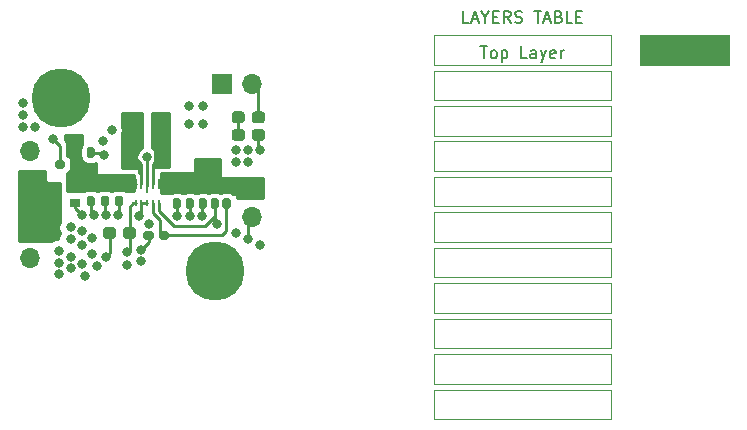
<source format=gbr>
%TF.GenerationSoftware,KiCad,Pcbnew,(5.1.6)-1*%
%TF.CreationDate,2020-07-26T11:23:49+05:30*%
%TF.ProjectId,KiCAD Demo- Buck-Boost Regulator,4b694341-4420-4446-956d-6f2d20427563,rev?*%
%TF.SameCoordinates,Original*%
%TF.FileFunction,Copper,L1,Top*%
%TF.FilePolarity,Positive*%
%FSLAX46Y46*%
G04 Gerber Fmt 4.6, Leading zero omitted, Abs format (unit mm)*
G04 Created by KiCad (PCBNEW (5.1.6)-1) date 2020-07-26 11:23:49*
%MOMM*%
%LPD*%
G01*
G04 APERTURE LIST*
%TA.AperFunction,NonConductor*%
%ADD10C,0.150000*%
%TD*%
%TA.AperFunction,NonConductor*%
%ADD11C,0.120000*%
%TD*%
%TA.AperFunction,NonConductor*%
%ADD12C,0.100000*%
%TD*%
%TA.AperFunction,ComponentPad*%
%ADD13O,1.700000X1.700000*%
%TD*%
%TA.AperFunction,ComponentPad*%
%ADD14R,1.700000X1.700000*%
%TD*%
%TA.AperFunction,SMDPad,CuDef*%
%ADD15R,0.980000X3.400000*%
%TD*%
%TA.AperFunction,SMDPad,CuDef*%
%ADD16R,0.900000X0.800000*%
%TD*%
%TA.AperFunction,SMDPad,CuDef*%
%ADD17R,0.250000X0.600000*%
%TD*%
%TA.AperFunction,SMDPad,CuDef*%
%ADD18R,0.250000X0.900000*%
%TD*%
%TA.AperFunction,SMDPad,CuDef*%
%ADD19R,0.250000X1.300000*%
%TD*%
%TA.AperFunction,SMDPad,CuDef*%
%ADD20R,1.000000X1.000000*%
%TD*%
%TA.AperFunction,ComponentPad*%
%ADD21C,0.800000*%
%TD*%
%TA.AperFunction,ComponentPad*%
%ADD22C,5.000000*%
%TD*%
%TA.AperFunction,ViaPad*%
%ADD23C,0.800000*%
%TD*%
%TA.AperFunction,Conductor*%
%ADD24C,0.250000*%
%TD*%
%TA.AperFunction,Conductor*%
%ADD25C,0.254000*%
%TD*%
G04 APERTURE END LIST*
D10*
X138726190Y-66202380D02*
X138250000Y-66202380D01*
X138250000Y-65202380D01*
X139011904Y-65916666D02*
X139488095Y-65916666D01*
X138916666Y-66202380D02*
X139250000Y-65202380D01*
X139583333Y-66202380D01*
X140107142Y-65726190D02*
X140107142Y-66202380D01*
X139773809Y-65202380D02*
X140107142Y-65726190D01*
X140440476Y-65202380D01*
X140773809Y-65678571D02*
X141107142Y-65678571D01*
X141250000Y-66202380D02*
X140773809Y-66202380D01*
X140773809Y-65202380D01*
X141250000Y-65202380D01*
X142250000Y-66202380D02*
X141916666Y-65726190D01*
X141678571Y-66202380D02*
X141678571Y-65202380D01*
X142059523Y-65202380D01*
X142154761Y-65250000D01*
X142202380Y-65297619D01*
X142250000Y-65392857D01*
X142250000Y-65535714D01*
X142202380Y-65630952D01*
X142154761Y-65678571D01*
X142059523Y-65726190D01*
X141678571Y-65726190D01*
X142630952Y-66154761D02*
X142773809Y-66202380D01*
X143011904Y-66202380D01*
X143107142Y-66154761D01*
X143154761Y-66107142D01*
X143202380Y-66011904D01*
X143202380Y-65916666D01*
X143154761Y-65821428D01*
X143107142Y-65773809D01*
X143011904Y-65726190D01*
X142821428Y-65678571D01*
X142726190Y-65630952D01*
X142678571Y-65583333D01*
X142630952Y-65488095D01*
X142630952Y-65392857D01*
X142678571Y-65297619D01*
X142726190Y-65250000D01*
X142821428Y-65202380D01*
X143059523Y-65202380D01*
X143202380Y-65250000D01*
X144250000Y-65202380D02*
X144821428Y-65202380D01*
X144535714Y-66202380D02*
X144535714Y-65202380D01*
X145107142Y-65916666D02*
X145583333Y-65916666D01*
X145011904Y-66202380D02*
X145345238Y-65202380D01*
X145678571Y-66202380D01*
X146345238Y-65678571D02*
X146488095Y-65726190D01*
X146535714Y-65773809D01*
X146583333Y-65869047D01*
X146583333Y-66011904D01*
X146535714Y-66107142D01*
X146488095Y-66154761D01*
X146392857Y-66202380D01*
X146011904Y-66202380D01*
X146011904Y-65202380D01*
X146345238Y-65202380D01*
X146440476Y-65250000D01*
X146488095Y-65297619D01*
X146535714Y-65392857D01*
X146535714Y-65488095D01*
X146488095Y-65583333D01*
X146440476Y-65630952D01*
X146345238Y-65678571D01*
X146011904Y-65678571D01*
X147488095Y-66202380D02*
X147011904Y-66202380D01*
X147011904Y-65202380D01*
X147821428Y-65678571D02*
X148154761Y-65678571D01*
X148297619Y-66202380D02*
X147821428Y-66202380D01*
X147821428Y-65202380D01*
X148297619Y-65202380D01*
X139702380Y-68202380D02*
X140273809Y-68202380D01*
X139988095Y-69202380D02*
X139988095Y-68202380D01*
X140750000Y-69202380D02*
X140654761Y-69154761D01*
X140607142Y-69107142D01*
X140559523Y-69011904D01*
X140559523Y-68726190D01*
X140607142Y-68630952D01*
X140654761Y-68583333D01*
X140750000Y-68535714D01*
X140892857Y-68535714D01*
X140988095Y-68583333D01*
X141035714Y-68630952D01*
X141083333Y-68726190D01*
X141083333Y-69011904D01*
X141035714Y-69107142D01*
X140988095Y-69154761D01*
X140892857Y-69202380D01*
X140750000Y-69202380D01*
X141511904Y-68535714D02*
X141511904Y-69535714D01*
X141511904Y-68583333D02*
X141607142Y-68535714D01*
X141797619Y-68535714D01*
X141892857Y-68583333D01*
X141940476Y-68630952D01*
X141988095Y-68726190D01*
X141988095Y-69011904D01*
X141940476Y-69107142D01*
X141892857Y-69154761D01*
X141797619Y-69202380D01*
X141607142Y-69202380D01*
X141511904Y-69154761D01*
X143654761Y-69202380D02*
X143178571Y-69202380D01*
X143178571Y-68202380D01*
X144416666Y-69202380D02*
X144416666Y-68678571D01*
X144369047Y-68583333D01*
X144273809Y-68535714D01*
X144083333Y-68535714D01*
X143988095Y-68583333D01*
X144416666Y-69154761D02*
X144321428Y-69202380D01*
X144083333Y-69202380D01*
X143988095Y-69154761D01*
X143940476Y-69059523D01*
X143940476Y-68964285D01*
X143988095Y-68869047D01*
X144083333Y-68821428D01*
X144321428Y-68821428D01*
X144416666Y-68773809D01*
X144797619Y-68535714D02*
X145035714Y-69202380D01*
X145273809Y-68535714D02*
X145035714Y-69202380D01*
X144940476Y-69440476D01*
X144892857Y-69488095D01*
X144797619Y-69535714D01*
X146035714Y-69154761D02*
X145940476Y-69202380D01*
X145750000Y-69202380D01*
X145654761Y-69154761D01*
X145607142Y-69059523D01*
X145607142Y-68678571D01*
X145654761Y-68583333D01*
X145750000Y-68535714D01*
X145940476Y-68535714D01*
X146035714Y-68583333D01*
X146083333Y-68678571D01*
X146083333Y-68773809D01*
X145607142Y-68869047D01*
X146511904Y-69202380D02*
X146511904Y-68535714D01*
X146511904Y-68726190D02*
X146559523Y-68630952D01*
X146607142Y-68583333D01*
X146702380Y-68535714D01*
X146797619Y-68535714D01*
D11*
X135750000Y-99750000D02*
X135750000Y-97250000D01*
X135750000Y-97250000D02*
X150750000Y-97250000D01*
X150750000Y-99750000D02*
X135750000Y-99750000D01*
X150750000Y-97250000D02*
X150750000Y-99750000D01*
X135750000Y-96750000D02*
X135750000Y-94250000D01*
X135750000Y-94250000D02*
X150750000Y-94250000D01*
X150750000Y-96750000D02*
X135750000Y-96750000D01*
X150750000Y-94250000D02*
X150750000Y-96750000D01*
X135750000Y-91250000D02*
X150750000Y-91250000D01*
X150750000Y-93750000D02*
X135750000Y-93750000D01*
X150750000Y-91250000D02*
X150750000Y-93750000D01*
X135750000Y-93750000D02*
X135750000Y-91250000D01*
X135750000Y-87750000D02*
X135750000Y-85250000D01*
X135750000Y-85250000D02*
X150750000Y-85250000D01*
X150750000Y-87750000D02*
X135750000Y-87750000D01*
X150750000Y-85250000D02*
X150750000Y-87750000D01*
X135750000Y-90750000D02*
X135750000Y-88250000D01*
X135750000Y-88250000D02*
X150750000Y-88250000D01*
X150750000Y-90750000D02*
X135750000Y-90750000D01*
X150750000Y-88250000D02*
X150750000Y-90750000D01*
X150750000Y-79250000D02*
X150750000Y-81750000D01*
X135750000Y-81750000D02*
X135750000Y-79250000D01*
X135750000Y-79250000D02*
X150750000Y-79250000D01*
X150750000Y-81750000D02*
X135750000Y-81750000D01*
X135750000Y-82250000D02*
X150750000Y-82250000D01*
X135750000Y-84750000D02*
X135750000Y-82250000D01*
X150750000Y-82250000D02*
X150750000Y-84750000D01*
X150750000Y-84750000D02*
X135750000Y-84750000D01*
X150750000Y-76250000D02*
X150750000Y-78750000D01*
X135750000Y-78750000D02*
X135750000Y-76250000D01*
X135750000Y-76250000D02*
X150750000Y-76250000D01*
X150750000Y-78750000D02*
X135750000Y-78750000D01*
X150750000Y-73250000D02*
X150750000Y-75750000D01*
X135750000Y-75750000D02*
X135750000Y-73250000D01*
X135750000Y-73250000D02*
X150750000Y-73250000D01*
X150750000Y-75750000D02*
X135750000Y-75750000D01*
X150750000Y-70250000D02*
X150750000Y-72750000D01*
X135750000Y-72750000D02*
X135750000Y-70250000D01*
X135750000Y-70250000D02*
X150750000Y-70250000D01*
X150750000Y-72750000D02*
X135750000Y-72750000D01*
D12*
G36*
X160750000Y-69750000D02*
G01*
X153250000Y-69750000D01*
X153250000Y-67250000D01*
X160750000Y-67250000D01*
X160750000Y-69750000D01*
G37*
X160750000Y-69750000D02*
X153250000Y-69750000D01*
X153250000Y-67250000D01*
X160750000Y-67250000D01*
X160750000Y-69750000D01*
D11*
X135750000Y-69750000D02*
X135750000Y-67250000D01*
X150750000Y-69750000D02*
X135750000Y-69750000D01*
X150750000Y-67250000D02*
X150750000Y-69750000D01*
X135750000Y-67250000D02*
X150750000Y-67250000D01*
%TO.P,R5,2*%
%TO.N,Net-(R3-Pad1)*%
%TA.AperFunction,SMDPad,CuDef*%
G36*
G01*
X112450000Y-84375000D02*
X112450000Y-84025000D01*
G75*
G02*
X112625000Y-83850000I175000J0D01*
G01*
X113175000Y-83850000D01*
G75*
G02*
X113350000Y-84025000I0J-175000D01*
G01*
X113350000Y-84375000D01*
G75*
G02*
X113175000Y-84550000I-175000J0D01*
G01*
X112625000Y-84550000D01*
G75*
G02*
X112450000Y-84375000I0J175000D01*
G01*
G37*
%TD.AperFunction*%
%TO.P,R5,1*%
%TO.N,GND*%
%TA.AperFunction,SMDPad,CuDef*%
G36*
G01*
X111150000Y-84375000D02*
X111150000Y-84025000D01*
G75*
G02*
X111325000Y-83850000I175000J0D01*
G01*
X111875000Y-83850000D01*
G75*
G02*
X112050000Y-84025000I0J-175000D01*
G01*
X112050000Y-84375000D01*
G75*
G02*
X111875000Y-84550000I-175000J0D01*
G01*
X111325000Y-84550000D01*
G75*
G02*
X111150000Y-84375000I0J175000D01*
G01*
G37*
%TD.AperFunction*%
%TD*%
%TO.P,R1,2*%
%TO.N,/Power /PG*%
%TA.AperFunction,SMDPad,CuDef*%
G36*
G01*
X117025000Y-81050000D02*
X117375000Y-81050000D01*
G75*
G02*
X117550000Y-81225000I0J-175000D01*
G01*
X117550000Y-81775000D01*
G75*
G02*
X117375000Y-81950000I-175000J0D01*
G01*
X117025000Y-81950000D01*
G75*
G02*
X116850000Y-81775000I0J175000D01*
G01*
X116850000Y-81225000D01*
G75*
G02*
X117025000Y-81050000I175000J0D01*
G01*
G37*
%TD.AperFunction*%
%TO.P,R1,1*%
%TO.N,+VOUT*%
%TA.AperFunction,SMDPad,CuDef*%
G36*
G01*
X117025000Y-79750000D02*
X117375000Y-79750000D01*
G75*
G02*
X117550000Y-79925000I0J-175000D01*
G01*
X117550000Y-80475000D01*
G75*
G02*
X117375000Y-80650000I-175000J0D01*
G01*
X117025000Y-80650000D01*
G75*
G02*
X116850000Y-80475000I0J175000D01*
G01*
X116850000Y-79925000D01*
G75*
G02*
X117025000Y-79750000I175000J0D01*
G01*
G37*
%TD.AperFunction*%
%TD*%
%TO.P,C1,1*%
%TO.N,+VIN*%
%TA.AperFunction,SMDPad,CuDef*%
G36*
G01*
X105850000Y-78025000D02*
X105850000Y-78375000D01*
G75*
G02*
X105675000Y-78550000I-175000J0D01*
G01*
X105125000Y-78550000D01*
G75*
G02*
X104950000Y-78375000I0J175000D01*
G01*
X104950000Y-78025000D01*
G75*
G02*
X105125000Y-77850000I175000J0D01*
G01*
X105675000Y-77850000D01*
G75*
G02*
X105850000Y-78025000I0J-175000D01*
G01*
G37*
%TD.AperFunction*%
%TO.P,C1,2*%
%TO.N,GND*%
%TA.AperFunction,SMDPad,CuDef*%
G36*
G01*
X104550000Y-78025000D02*
X104550000Y-78375000D01*
G75*
G02*
X104375000Y-78550000I-175000J0D01*
G01*
X103825000Y-78550000D01*
G75*
G02*
X103650000Y-78375000I0J175000D01*
G01*
X103650000Y-78025000D01*
G75*
G02*
X103825000Y-77850000I175000J0D01*
G01*
X104375000Y-77850000D01*
G75*
G02*
X104550000Y-78025000I0J-175000D01*
G01*
G37*
%TD.AperFunction*%
%TD*%
%TO.P,C2,1*%
%TO.N,+VIN*%
%TA.AperFunction,SMDPad,CuDef*%
G36*
G01*
X106525000Y-79550000D02*
X106875000Y-79550000D01*
G75*
G02*
X107050000Y-79725000I0J-175000D01*
G01*
X107050000Y-80275000D01*
G75*
G02*
X106875000Y-80450000I-175000J0D01*
G01*
X106525000Y-80450000D01*
G75*
G02*
X106350000Y-80275000I0J175000D01*
G01*
X106350000Y-79725000D01*
G75*
G02*
X106525000Y-79550000I175000J0D01*
G01*
G37*
%TD.AperFunction*%
%TO.P,C2,2*%
%TO.N,GND*%
%TA.AperFunction,SMDPad,CuDef*%
G36*
G01*
X106525000Y-80850000D02*
X106875000Y-80850000D01*
G75*
G02*
X107050000Y-81025000I0J-175000D01*
G01*
X107050000Y-81575000D01*
G75*
G02*
X106875000Y-81750000I-175000J0D01*
G01*
X106525000Y-81750000D01*
G75*
G02*
X106350000Y-81575000I0J175000D01*
G01*
X106350000Y-81025000D01*
G75*
G02*
X106525000Y-80850000I175000J0D01*
G01*
G37*
%TD.AperFunction*%
%TD*%
%TO.P,C3,1*%
%TO.N,+VIN*%
%TA.AperFunction,SMDPad,CuDef*%
G36*
G01*
X107725000Y-79550000D02*
X108075000Y-79550000D01*
G75*
G02*
X108250000Y-79725000I0J-175000D01*
G01*
X108250000Y-80275000D01*
G75*
G02*
X108075000Y-80450000I-175000J0D01*
G01*
X107725000Y-80450000D01*
G75*
G02*
X107550000Y-80275000I0J175000D01*
G01*
X107550000Y-79725000D01*
G75*
G02*
X107725000Y-79550000I175000J0D01*
G01*
G37*
%TD.AperFunction*%
%TO.P,C3,2*%
%TO.N,GND*%
%TA.AperFunction,SMDPad,CuDef*%
G36*
G01*
X107725000Y-80850000D02*
X108075000Y-80850000D01*
G75*
G02*
X108250000Y-81025000I0J-175000D01*
G01*
X108250000Y-81575000D01*
G75*
G02*
X108075000Y-81750000I-175000J0D01*
G01*
X107725000Y-81750000D01*
G75*
G02*
X107550000Y-81575000I0J175000D01*
G01*
X107550000Y-81025000D01*
G75*
G02*
X107725000Y-80850000I175000J0D01*
G01*
G37*
%TD.AperFunction*%
%TD*%
%TO.P,C4,2*%
%TO.N,GND*%
%TA.AperFunction,SMDPad,CuDef*%
G36*
G01*
X108925000Y-80850000D02*
X109275000Y-80850000D01*
G75*
G02*
X109450000Y-81025000I0J-175000D01*
G01*
X109450000Y-81575000D01*
G75*
G02*
X109275000Y-81750000I-175000J0D01*
G01*
X108925000Y-81750000D01*
G75*
G02*
X108750000Y-81575000I0J175000D01*
G01*
X108750000Y-81025000D01*
G75*
G02*
X108925000Y-80850000I175000J0D01*
G01*
G37*
%TD.AperFunction*%
%TO.P,C4,1*%
%TO.N,+VIN*%
%TA.AperFunction,SMDPad,CuDef*%
G36*
G01*
X108925000Y-79550000D02*
X109275000Y-79550000D01*
G75*
G02*
X109450000Y-79725000I0J-175000D01*
G01*
X109450000Y-80275000D01*
G75*
G02*
X109275000Y-80450000I-175000J0D01*
G01*
X108925000Y-80450000D01*
G75*
G02*
X108750000Y-80275000I0J175000D01*
G01*
X108750000Y-79725000D01*
G75*
G02*
X108925000Y-79550000I175000J0D01*
G01*
G37*
%TD.AperFunction*%
%TD*%
%TO.P,C5,2*%
%TO.N,GND*%
%TA.AperFunction,SMDPad,CuDef*%
G36*
G01*
X113825000Y-81050000D02*
X114175000Y-81050000D01*
G75*
G02*
X114350000Y-81225000I0J-175000D01*
G01*
X114350000Y-81775000D01*
G75*
G02*
X114175000Y-81950000I-175000J0D01*
G01*
X113825000Y-81950000D01*
G75*
G02*
X113650000Y-81775000I0J175000D01*
G01*
X113650000Y-81225000D01*
G75*
G02*
X113825000Y-81050000I175000J0D01*
G01*
G37*
%TD.AperFunction*%
%TO.P,C5,1*%
%TO.N,+VOUT*%
%TA.AperFunction,SMDPad,CuDef*%
G36*
G01*
X113825000Y-79750000D02*
X114175000Y-79750000D01*
G75*
G02*
X114350000Y-79925000I0J-175000D01*
G01*
X114350000Y-80475000D01*
G75*
G02*
X114175000Y-80650000I-175000J0D01*
G01*
X113825000Y-80650000D01*
G75*
G02*
X113650000Y-80475000I0J175000D01*
G01*
X113650000Y-79925000D01*
G75*
G02*
X113825000Y-79750000I175000J0D01*
G01*
G37*
%TD.AperFunction*%
%TD*%
%TO.P,C6,2*%
%TO.N,GND*%
%TA.AperFunction,SMDPad,CuDef*%
G36*
G01*
X114925000Y-81050000D02*
X115275000Y-81050000D01*
G75*
G02*
X115450000Y-81225000I0J-175000D01*
G01*
X115450000Y-81775000D01*
G75*
G02*
X115275000Y-81950000I-175000J0D01*
G01*
X114925000Y-81950000D01*
G75*
G02*
X114750000Y-81775000I0J175000D01*
G01*
X114750000Y-81225000D01*
G75*
G02*
X114925000Y-81050000I175000J0D01*
G01*
G37*
%TD.AperFunction*%
%TO.P,C6,1*%
%TO.N,+VOUT*%
%TA.AperFunction,SMDPad,CuDef*%
G36*
G01*
X114925000Y-79750000D02*
X115275000Y-79750000D01*
G75*
G02*
X115450000Y-79925000I0J-175000D01*
G01*
X115450000Y-80475000D01*
G75*
G02*
X115275000Y-80650000I-175000J0D01*
G01*
X114925000Y-80650000D01*
G75*
G02*
X114750000Y-80475000I0J175000D01*
G01*
X114750000Y-79925000D01*
G75*
G02*
X114925000Y-79750000I175000J0D01*
G01*
G37*
%TD.AperFunction*%
%TD*%
%TO.P,C7,1*%
%TO.N,+VOUT*%
%TA.AperFunction,SMDPad,CuDef*%
G36*
G01*
X116025000Y-79750000D02*
X116375000Y-79750000D01*
G75*
G02*
X116550000Y-79925000I0J-175000D01*
G01*
X116550000Y-80475000D01*
G75*
G02*
X116375000Y-80650000I-175000J0D01*
G01*
X116025000Y-80650000D01*
G75*
G02*
X115850000Y-80475000I0J175000D01*
G01*
X115850000Y-79925000D01*
G75*
G02*
X116025000Y-79750000I175000J0D01*
G01*
G37*
%TD.AperFunction*%
%TO.P,C7,2*%
%TO.N,GND*%
%TA.AperFunction,SMDPad,CuDef*%
G36*
G01*
X116025000Y-81050000D02*
X116375000Y-81050000D01*
G75*
G02*
X116550000Y-81225000I0J-175000D01*
G01*
X116550000Y-81775000D01*
G75*
G02*
X116375000Y-81950000I-175000J0D01*
G01*
X116025000Y-81950000D01*
G75*
G02*
X115850000Y-81775000I0J175000D01*
G01*
X115850000Y-81225000D01*
G75*
G02*
X116025000Y-81050000I175000J0D01*
G01*
G37*
%TD.AperFunction*%
%TD*%
%TO.P,D1,1*%
%TO.N,GND*%
%TA.AperFunction,SMDPad,CuDef*%
G36*
G01*
X121450000Y-75450000D02*
X121450000Y-75950000D01*
G75*
G02*
X121200000Y-76200000I-250000J0D01*
G01*
X120600000Y-76200000D01*
G75*
G02*
X120350000Y-75950000I0J250000D01*
G01*
X120350000Y-75450000D01*
G75*
G02*
X120600000Y-75200000I250000J0D01*
G01*
X121200000Y-75200000D01*
G75*
G02*
X121450000Y-75450000I0J-250000D01*
G01*
G37*
%TD.AperFunction*%
%TO.P,D1,2*%
%TO.N,Net-(D1-Pad2)*%
%TA.AperFunction,SMDPad,CuDef*%
G36*
G01*
X119750000Y-75450000D02*
X119750000Y-75950000D01*
G75*
G02*
X119500000Y-76200000I-250000J0D01*
G01*
X118900000Y-76200000D01*
G75*
G02*
X118650000Y-75950000I0J250000D01*
G01*
X118650000Y-75450000D01*
G75*
G02*
X118900000Y-75200000I250000J0D01*
G01*
X119500000Y-75200000D01*
G75*
G02*
X119750000Y-75450000I0J-250000D01*
G01*
G37*
%TD.AperFunction*%
%TD*%
D13*
%TO.P,J1,2*%
%TO.N,GND*%
X101600000Y-86140000D03*
D14*
%TO.P,J1,1*%
%TO.N,/Power /+VBAT*%
X101600000Y-83600000D03*
%TD*%
D13*
%TO.P,J2,2*%
%TO.N,GND*%
X120400000Y-82640000D03*
D14*
%TO.P,J2,1*%
%TO.N,+VOUT*%
X120400000Y-80100000D03*
%TD*%
%TO.P,J3,1*%
%TO.N,/Power /+VBAT*%
X101600000Y-79600000D03*
D13*
%TO.P,J3,2*%
%TO.N,GND*%
X101600000Y-77060000D03*
%TD*%
%TO.P,JP1,2*%
%TO.N,Net-(JP1-Pad2)*%
X120340000Y-71400000D03*
D14*
%TO.P,JP1,1*%
%TO.N,/Power /PG*%
X117800000Y-71400000D03*
%TD*%
D15*
%TO.P,L1,1*%
%TO.N,Net-(L1-Pad1)*%
X110200000Y-76300000D03*
%TO.P,L1,2*%
%TO.N,Net-(L1-Pad2)*%
X112570000Y-76300000D03*
%TD*%
D16*
%TO.P,Q1,1*%
%TO.N,GND*%
X105400000Y-81450000D03*
%TO.P,Q1,2*%
%TO.N,+VIN*%
X105400000Y-79550000D03*
%TO.P,Q1,3*%
%TO.N,/Power /+VBAT*%
X103400000Y-80500000D03*
%TD*%
%TO.P,R2,1*%
%TO.N,Net-(R2-Pad1)*%
%TA.AperFunction,SMDPad,CuDef*%
G36*
G01*
X106525000Y-76750000D02*
X106875000Y-76750000D01*
G75*
G02*
X107050000Y-76925000I0J-175000D01*
G01*
X107050000Y-77475000D01*
G75*
G02*
X106875000Y-77650000I-175000J0D01*
G01*
X106525000Y-77650000D01*
G75*
G02*
X106350000Y-77475000I0J175000D01*
G01*
X106350000Y-76925000D01*
G75*
G02*
X106525000Y-76750000I175000J0D01*
G01*
G37*
%TD.AperFunction*%
%TO.P,R2,2*%
%TO.N,+VIN*%
%TA.AperFunction,SMDPad,CuDef*%
G36*
G01*
X106525000Y-78050000D02*
X106875000Y-78050000D01*
G75*
G02*
X107050000Y-78225000I0J-175000D01*
G01*
X107050000Y-78775000D01*
G75*
G02*
X106875000Y-78950000I-175000J0D01*
G01*
X106525000Y-78950000D01*
G75*
G02*
X106350000Y-78775000I0J175000D01*
G01*
X106350000Y-78225000D01*
G75*
G02*
X106525000Y-78050000I175000J0D01*
G01*
G37*
%TD.AperFunction*%
%TD*%
%TO.P,R4,1*%
%TO.N,GND*%
%TA.AperFunction,SMDPad,CuDef*%
G36*
G01*
X107750000Y-84250000D02*
X107750000Y-83750000D01*
G75*
G02*
X108000000Y-83500000I250000J0D01*
G01*
X108600000Y-83500000D01*
G75*
G02*
X108850000Y-83750000I0J-250000D01*
G01*
X108850000Y-84250000D01*
G75*
G02*
X108600000Y-84500000I-250000J0D01*
G01*
X108000000Y-84500000D01*
G75*
G02*
X107750000Y-84250000I0J250000D01*
G01*
G37*
%TD.AperFunction*%
%TO.P,R4,2*%
%TO.N,Net-(R2-Pad1)*%
%TA.AperFunction,SMDPad,CuDef*%
G36*
G01*
X109450000Y-84250000D02*
X109450000Y-83750000D01*
G75*
G02*
X109700000Y-83500000I250000J0D01*
G01*
X110300000Y-83500000D01*
G75*
G02*
X110550000Y-83750000I0J-250000D01*
G01*
X110550000Y-84250000D01*
G75*
G02*
X110300000Y-84500000I-250000J0D01*
G01*
X109700000Y-84500000D01*
G75*
G02*
X109450000Y-84250000I0J250000D01*
G01*
G37*
%TD.AperFunction*%
%TD*%
%TO.P,R6,2*%
%TO.N,Net-(D1-Pad2)*%
%TA.AperFunction,SMDPad,CuDef*%
G36*
G01*
X119750000Y-73950000D02*
X119750000Y-74450000D01*
G75*
G02*
X119500000Y-74700000I-250000J0D01*
G01*
X118900000Y-74700000D01*
G75*
G02*
X118650000Y-74450000I0J250000D01*
G01*
X118650000Y-73950000D01*
G75*
G02*
X118900000Y-73700000I250000J0D01*
G01*
X119500000Y-73700000D01*
G75*
G02*
X119750000Y-73950000I0J-250000D01*
G01*
G37*
%TD.AperFunction*%
%TO.P,R6,1*%
%TO.N,Net-(JP1-Pad2)*%
%TA.AperFunction,SMDPad,CuDef*%
G36*
G01*
X121450000Y-73950000D02*
X121450000Y-74450000D01*
G75*
G02*
X121200000Y-74700000I-250000J0D01*
G01*
X120600000Y-74700000D01*
G75*
G02*
X120350000Y-74450000I0J250000D01*
G01*
X120350000Y-73950000D01*
G75*
G02*
X120600000Y-73700000I250000J0D01*
G01*
X121200000Y-73700000D01*
G75*
G02*
X121450000Y-73950000I0J-250000D01*
G01*
G37*
%TD.AperFunction*%
%TD*%
D17*
%TO.P,U1,1*%
%TO.N,Net-(R2-Pad1)*%
X110500000Y-81500000D03*
%TO.P,U1,2*%
%TO.N,GND*%
X111000000Y-81500000D03*
%TO.P,U1,3*%
X111500000Y-81500000D03*
%TO.P,U1,4*%
%TO.N,Net-(R3-Pad1)*%
X112000000Y-81500000D03*
D18*
%TO.P,U1,6*%
%TO.N,+VOUT*%
X112500000Y-79850000D03*
%TO.P,U1,7*%
%TO.N,Net-(L1-Pad2)*%
X112000000Y-79850000D03*
D19*
%TO.P,U1,8*%
%TO.N,GND*%
X111500000Y-80050000D03*
D17*
%TO.P,U1,5*%
%TO.N,/Power /PG*%
X112500000Y-81500000D03*
D18*
%TO.P,U1,9*%
%TO.N,Net-(L1-Pad1)*%
X111000000Y-79850000D03*
%TO.P,U1,10*%
%TO.N,+VIN*%
X110500000Y-79850000D03*
%TD*%
%TO.P,R3,1*%
%TO.N,Net-(R3-Pad1)*%
%TA.AperFunction,SMDPad,CuDef*%
G36*
G01*
X118375000Y-81950000D02*
X118025000Y-81950000D01*
G75*
G02*
X117850000Y-81775000I0J175000D01*
G01*
X117850000Y-81225000D01*
G75*
G02*
X118025000Y-81050000I175000J0D01*
G01*
X118375000Y-81050000D01*
G75*
G02*
X118550000Y-81225000I0J-175000D01*
G01*
X118550000Y-81775000D01*
G75*
G02*
X118375000Y-81950000I-175000J0D01*
G01*
G37*
%TD.AperFunction*%
%TO.P,R3,2*%
%TO.N,+VOUT*%
%TA.AperFunction,SMDPad,CuDef*%
G36*
G01*
X118375000Y-80650000D02*
X118025000Y-80650000D01*
G75*
G02*
X117850000Y-80475000I0J175000D01*
G01*
X117850000Y-79925000D01*
G75*
G02*
X118025000Y-79750000I175000J0D01*
G01*
X118375000Y-79750000D01*
G75*
G02*
X118550000Y-79925000I0J-175000D01*
G01*
X118550000Y-80475000D01*
G75*
G02*
X118375000Y-80650000I-175000J0D01*
G01*
G37*
%TD.AperFunction*%
%TD*%
D20*
%TO.P,IN,1*%
%TO.N,+VIN*%
X105200000Y-76800000D03*
%TD*%
%TO.P,3V8,1*%
%TO.N,+VOUT*%
X116500000Y-78500000D03*
%TD*%
D21*
%TO.P,H1,1*%
%TO.N,N/C*%
X105525825Y-71274175D03*
X104200000Y-70725000D03*
X102874175Y-71274175D03*
X102325000Y-72600000D03*
X102874175Y-73925825D03*
X104200000Y-74475000D03*
X105525825Y-73925825D03*
X106075000Y-72600000D03*
D22*
X104200000Y-72600000D03*
%TD*%
%TO.P,H2,1*%
%TO.N,N/C*%
X117200000Y-87200000D03*
D21*
X119075000Y-87200000D03*
X118525825Y-88525825D03*
X117200000Y-89075000D03*
X115874175Y-88525825D03*
X115325000Y-87200000D03*
X115874175Y-85874175D03*
X117200000Y-85325000D03*
X118525825Y-85874175D03*
%TD*%
D23*
%TO.N,GND*%
X111479998Y-77600000D03*
X109000000Y-82500000D03*
X108000000Y-82500000D03*
X107000000Y-82500000D03*
X106000000Y-82500000D03*
X105000000Y-83500000D03*
X105000000Y-84500000D03*
X104000000Y-85500000D03*
X104000000Y-86500000D03*
X104000000Y-87500000D03*
X101000000Y-75000000D03*
X101000000Y-74000000D03*
X101000000Y-73000000D03*
X102000000Y-75000000D03*
X103500000Y-76000000D03*
X121000000Y-85000000D03*
X120000000Y-84500000D03*
X119000000Y-84000000D03*
X121000000Y-77000000D03*
X120000000Y-77000000D03*
X119000000Y-77000000D03*
X114000000Y-82600000D03*
X115100000Y-82600000D03*
X116100000Y-82600000D03*
X111000000Y-85400000D03*
X111000000Y-86400000D03*
X108000000Y-86000000D03*
X106000000Y-83800000D03*
X106000000Y-85000000D03*
X105000000Y-86000000D03*
X105000000Y-87000000D03*
X106000000Y-86600000D03*
X106800000Y-85800000D03*
X107200000Y-86800000D03*
X106200000Y-87600000D03*
X119000000Y-78000000D03*
X120000000Y-78000000D03*
X111600000Y-83200000D03*
X106800000Y-84400000D03*
X110800000Y-82600000D03*
X107750000Y-76250000D03*
X109750000Y-86750000D03*
X108500000Y-75250000D03*
X116250000Y-73250000D03*
X115000000Y-73250000D03*
X115000000Y-74750000D03*
X116250000Y-74750000D03*
%TO.N,/Power /PG*%
X117400000Y-83249985D03*
%TO.N,Net-(R2-Pad1)*%
X107800000Y-77400000D03*
X109800000Y-85600000D03*
%TD*%
D24*
%TO.N,+VIN*%
X109250000Y-79850000D02*
X109100000Y-80000000D01*
X110500000Y-79850000D02*
X109250000Y-79850000D01*
%TO.N,GND*%
X111500000Y-80050000D02*
X111500000Y-77620002D01*
X111500000Y-77620002D02*
X111479998Y-77600000D01*
X120900000Y-76900000D02*
X121000000Y-77000000D01*
X120900000Y-75700000D02*
X120900000Y-76900000D01*
X105400000Y-81900000D02*
X106000000Y-82500000D01*
X105400000Y-81450000D02*
X105400000Y-81900000D01*
X106700000Y-82200000D02*
X107000000Y-82500000D01*
X106700000Y-81300000D02*
X106700000Y-82200000D01*
X107900000Y-82400000D02*
X108000000Y-82500000D01*
X107900000Y-81300000D02*
X107900000Y-82400000D01*
X109100000Y-82400000D02*
X109000000Y-82500000D01*
X109100000Y-81300000D02*
X109100000Y-82400000D01*
X104100000Y-76600000D02*
X103500000Y-76000000D01*
X104100000Y-78200000D02*
X104100000Y-76600000D01*
X115100000Y-82600000D02*
X115100000Y-81500000D01*
X116100000Y-81600000D02*
X116200000Y-81500000D01*
X116100000Y-82600000D02*
X116100000Y-81600000D01*
X114000000Y-82600000D02*
X114000000Y-81500000D01*
X120000000Y-83040000D02*
X120400000Y-82640000D01*
X120000000Y-84500000D02*
X120000000Y-83040000D01*
X111600000Y-84800000D02*
X111000000Y-85400000D01*
X111600000Y-84200000D02*
X111600000Y-84800000D01*
X111500000Y-81500000D02*
X111000000Y-81500000D01*
X108300000Y-85700000D02*
X108000000Y-86000000D01*
X108300000Y-84000000D02*
X108300000Y-85700000D01*
X111000000Y-82400000D02*
X110800000Y-82600000D01*
X111000000Y-81500000D02*
X111000000Y-82400000D01*
%TO.N,+VOUT*%
X113650000Y-79850000D02*
X114000000Y-80200000D01*
X112500000Y-79850000D02*
X113650000Y-79850000D01*
%TO.N,Net-(D1-Pad2)*%
X119200000Y-74200000D02*
X119200000Y-75700000D01*
%TO.N,Net-(JP1-Pad2)*%
X120900000Y-71960000D02*
X120340000Y-71400000D01*
X120900000Y-74200000D02*
X120900000Y-71960000D01*
%TO.N,/Power /PG*%
X117200000Y-82573002D02*
X116373002Y-83400000D01*
X117200000Y-81500000D02*
X117200000Y-82573002D01*
X112500000Y-82173002D02*
X112500000Y-81500000D01*
X113726998Y-83400000D02*
X112500000Y-82173002D01*
X116373002Y-83400000D02*
X113726998Y-83400000D01*
X117200000Y-83049985D02*
X117400000Y-83249985D01*
X117200000Y-81500000D02*
X117200000Y-83049985D01*
D25*
%TO.N,Net-(L1-Pad1)*%
X110200000Y-77395966D02*
X110200000Y-76300000D01*
X111000000Y-78195966D02*
X110200000Y-77395966D01*
X111000000Y-79850000D02*
X111000000Y-78195966D01*
%TO.N,Net-(L1-Pad2)*%
X112000000Y-78155962D02*
X112570000Y-77585962D01*
X112000000Y-79850000D02*
X112000000Y-78155962D01*
X112570000Y-77585962D02*
X112570000Y-76300000D01*
D24*
%TO.N,Net-(R2-Pad1)*%
X106700000Y-77200000D02*
X107600000Y-77200000D01*
X107600000Y-77200000D02*
X107800000Y-77400000D01*
X110000000Y-85400000D02*
X109800000Y-85600000D01*
X110500000Y-81500000D02*
X110300000Y-81500000D01*
X110300000Y-81500000D02*
X110000000Y-81800000D01*
X110000000Y-84000000D02*
X110000000Y-84400000D01*
X110000000Y-81800000D02*
X110000000Y-84400000D01*
X110000000Y-84400000D02*
X110000000Y-85400000D01*
%TO.N,Net-(R3-Pad1)*%
X117800000Y-84200000D02*
X112900000Y-84200000D01*
X118200000Y-81500000D02*
X118200000Y-83800000D01*
X118200000Y-83800000D02*
X117800000Y-84200000D01*
X112600000Y-83900000D02*
X112900000Y-84200000D01*
X112600000Y-82909412D02*
X112600000Y-83900000D01*
X112000000Y-81500000D02*
X112000000Y-82309412D01*
X112000000Y-82309412D02*
X112600000Y-82909412D01*
%TD*%
D25*
%TO.N,/Power /+VBAT*%
G36*
X102873000Y-79600000D02*
G01*
X102875440Y-79624776D01*
X102882667Y-79648601D01*
X102894403Y-79670557D01*
X102910197Y-79689803D01*
X102929443Y-79705597D01*
X102951399Y-79717333D01*
X102975224Y-79724560D01*
X103000000Y-79727000D01*
X104073000Y-79727000D01*
X104073000Y-83033391D01*
X104004774Y-83198102D01*
X103965000Y-83398061D01*
X103965000Y-83601939D01*
X104004774Y-83801898D01*
X104073000Y-83966609D01*
X104073000Y-84033391D01*
X104004774Y-84198102D01*
X103965000Y-84398061D01*
X103965000Y-84465000D01*
X103898061Y-84465000D01*
X103698102Y-84504774D01*
X103509744Y-84582795D01*
X103374742Y-84673000D01*
X101836751Y-84673000D01*
X101746260Y-84655000D01*
X101453740Y-84655000D01*
X101363249Y-84673000D01*
X100660000Y-84673000D01*
X100660000Y-78727000D01*
X102873000Y-78727000D01*
X102873000Y-79600000D01*
G37*
X102873000Y-79600000D02*
X102875440Y-79624776D01*
X102882667Y-79648601D01*
X102894403Y-79670557D01*
X102910197Y-79689803D01*
X102929443Y-79705597D01*
X102951399Y-79717333D01*
X102975224Y-79724560D01*
X103000000Y-79727000D01*
X104073000Y-79727000D01*
X104073000Y-83033391D01*
X104004774Y-83198102D01*
X103965000Y-83398061D01*
X103965000Y-83601939D01*
X104004774Y-83801898D01*
X104073000Y-83966609D01*
X104073000Y-84033391D01*
X104004774Y-84198102D01*
X103965000Y-84398061D01*
X103965000Y-84465000D01*
X103898061Y-84465000D01*
X103698102Y-84504774D01*
X103509744Y-84582795D01*
X103374742Y-84673000D01*
X101836751Y-84673000D01*
X101746260Y-84655000D01*
X101453740Y-84655000D01*
X101363249Y-84673000D01*
X100660000Y-84673000D01*
X100660000Y-78727000D01*
X102873000Y-78727000D01*
X102873000Y-79600000D01*
%TO.N,+VIN*%
G36*
X105973000Y-76522324D02*
G01*
X105955063Y-76544180D01*
X105891720Y-76662687D01*
X105852714Y-76791274D01*
X105839543Y-76925000D01*
X105839543Y-77475000D01*
X105852714Y-77608726D01*
X105891720Y-77737313D01*
X105955063Y-77855820D01*
X105973000Y-77877676D01*
X105973000Y-77900000D01*
X105975440Y-77924776D01*
X105982667Y-77948601D01*
X105994403Y-77970557D01*
X106010197Y-77989803D01*
X106029443Y-78005597D01*
X106051399Y-78017333D01*
X106075224Y-78024560D01*
X106100000Y-78027000D01*
X106122324Y-78027000D01*
X106144180Y-78044937D01*
X106262687Y-78108280D01*
X106391274Y-78147286D01*
X106525000Y-78160457D01*
X106875000Y-78160457D01*
X107008726Y-78147286D01*
X107137313Y-78108280D01*
X107173000Y-78089205D01*
X107173000Y-79000000D01*
X107175440Y-79024776D01*
X107182667Y-79048601D01*
X107194403Y-79070557D01*
X107210197Y-79089803D01*
X107229443Y-79105597D01*
X107251399Y-79117333D01*
X107275224Y-79124560D01*
X107300000Y-79127000D01*
X110365000Y-79127000D01*
X110365000Y-79395357D01*
X110364543Y-79400000D01*
X110364543Y-80300000D01*
X110373000Y-80385868D01*
X110373000Y-80473000D01*
X109677676Y-80473000D01*
X109655820Y-80455063D01*
X109537313Y-80391720D01*
X109408726Y-80352714D01*
X109275000Y-80339543D01*
X108925000Y-80339543D01*
X108791274Y-80352714D01*
X108662687Y-80391720D01*
X108544180Y-80455063D01*
X108522324Y-80473000D01*
X108477676Y-80473000D01*
X108455820Y-80455063D01*
X108337313Y-80391720D01*
X108208726Y-80352714D01*
X108075000Y-80339543D01*
X107725000Y-80339543D01*
X107591274Y-80352714D01*
X107462687Y-80391720D01*
X107344180Y-80455063D01*
X107322324Y-80473000D01*
X107277676Y-80473000D01*
X107255820Y-80455063D01*
X107137313Y-80391720D01*
X107008726Y-80352714D01*
X106875000Y-80339543D01*
X106525000Y-80339543D01*
X106391274Y-80352714D01*
X106262687Y-80391720D01*
X106144180Y-80455063D01*
X106122324Y-80473000D01*
X104727000Y-80473000D01*
X104727000Y-78960342D01*
X104755820Y-78944937D01*
X104859691Y-78859691D01*
X104944937Y-78755820D01*
X105008280Y-78637313D01*
X105047286Y-78508726D01*
X105060457Y-78375000D01*
X105060457Y-78025000D01*
X105047286Y-77891274D01*
X105008280Y-77762687D01*
X104944937Y-77644180D01*
X104927000Y-77622324D01*
X104927000Y-77600000D01*
X104924560Y-77575224D01*
X104917333Y-77551399D01*
X104905597Y-77529443D01*
X104889803Y-77510197D01*
X104870557Y-77494403D01*
X104848601Y-77482667D01*
X104824776Y-77475440D01*
X104800000Y-77473000D01*
X104777676Y-77473000D01*
X104755820Y-77455063D01*
X104733000Y-77442866D01*
X104733000Y-76631085D01*
X104736062Y-76599999D01*
X104730564Y-76544180D01*
X104723840Y-76475910D01*
X104687645Y-76356590D01*
X104628866Y-76246623D01*
X104549764Y-76150236D01*
X104527000Y-76131554D01*
X104527000Y-75727000D01*
X105973000Y-75727000D01*
X105973000Y-76522324D01*
G37*
X105973000Y-76522324D02*
X105955063Y-76544180D01*
X105891720Y-76662687D01*
X105852714Y-76791274D01*
X105839543Y-76925000D01*
X105839543Y-77475000D01*
X105852714Y-77608726D01*
X105891720Y-77737313D01*
X105955063Y-77855820D01*
X105973000Y-77877676D01*
X105973000Y-77900000D01*
X105975440Y-77924776D01*
X105982667Y-77948601D01*
X105994403Y-77970557D01*
X106010197Y-77989803D01*
X106029443Y-78005597D01*
X106051399Y-78017333D01*
X106075224Y-78024560D01*
X106100000Y-78027000D01*
X106122324Y-78027000D01*
X106144180Y-78044937D01*
X106262687Y-78108280D01*
X106391274Y-78147286D01*
X106525000Y-78160457D01*
X106875000Y-78160457D01*
X107008726Y-78147286D01*
X107137313Y-78108280D01*
X107173000Y-78089205D01*
X107173000Y-79000000D01*
X107175440Y-79024776D01*
X107182667Y-79048601D01*
X107194403Y-79070557D01*
X107210197Y-79089803D01*
X107229443Y-79105597D01*
X107251399Y-79117333D01*
X107275224Y-79124560D01*
X107300000Y-79127000D01*
X110365000Y-79127000D01*
X110365000Y-79395357D01*
X110364543Y-79400000D01*
X110364543Y-80300000D01*
X110373000Y-80385868D01*
X110373000Y-80473000D01*
X109677676Y-80473000D01*
X109655820Y-80455063D01*
X109537313Y-80391720D01*
X109408726Y-80352714D01*
X109275000Y-80339543D01*
X108925000Y-80339543D01*
X108791274Y-80352714D01*
X108662687Y-80391720D01*
X108544180Y-80455063D01*
X108522324Y-80473000D01*
X108477676Y-80473000D01*
X108455820Y-80455063D01*
X108337313Y-80391720D01*
X108208726Y-80352714D01*
X108075000Y-80339543D01*
X107725000Y-80339543D01*
X107591274Y-80352714D01*
X107462687Y-80391720D01*
X107344180Y-80455063D01*
X107322324Y-80473000D01*
X107277676Y-80473000D01*
X107255820Y-80455063D01*
X107137313Y-80391720D01*
X107008726Y-80352714D01*
X106875000Y-80339543D01*
X106525000Y-80339543D01*
X106391274Y-80352714D01*
X106262687Y-80391720D01*
X106144180Y-80455063D01*
X106122324Y-80473000D01*
X104727000Y-80473000D01*
X104727000Y-78960342D01*
X104755820Y-78944937D01*
X104859691Y-78859691D01*
X104944937Y-78755820D01*
X105008280Y-78637313D01*
X105047286Y-78508726D01*
X105060457Y-78375000D01*
X105060457Y-78025000D01*
X105047286Y-77891274D01*
X105008280Y-77762687D01*
X104944937Y-77644180D01*
X104927000Y-77622324D01*
X104927000Y-77600000D01*
X104924560Y-77575224D01*
X104917333Y-77551399D01*
X104905597Y-77529443D01*
X104889803Y-77510197D01*
X104870557Y-77494403D01*
X104848601Y-77482667D01*
X104824776Y-77475440D01*
X104800000Y-77473000D01*
X104777676Y-77473000D01*
X104755820Y-77455063D01*
X104733000Y-77442866D01*
X104733000Y-76631085D01*
X104736062Y-76599999D01*
X104730564Y-76544180D01*
X104723840Y-76475910D01*
X104687645Y-76356590D01*
X104628866Y-76246623D01*
X104549764Y-76150236D01*
X104527000Y-76131554D01*
X104527000Y-75727000D01*
X105973000Y-75727000D01*
X105973000Y-76522324D01*
%TO.N,Net-(L1-Pad1)*%
G36*
X111073000Y-76785772D02*
G01*
X111049899Y-76795341D01*
X110901182Y-76894711D01*
X110774709Y-77021184D01*
X110675339Y-77169901D01*
X110606892Y-77335146D01*
X110571998Y-77510570D01*
X110571998Y-77689430D01*
X110606892Y-77864854D01*
X110675339Y-78030099D01*
X110774709Y-78178816D01*
X110867001Y-78271108D01*
X110867000Y-78953338D01*
X110827000Y-78931957D01*
X110827000Y-78600000D01*
X110824560Y-78575224D01*
X110817333Y-78551399D01*
X110805597Y-78529443D01*
X110789803Y-78510197D01*
X110770557Y-78494403D01*
X110748601Y-78482667D01*
X110724776Y-78475440D01*
X110700000Y-78473000D01*
X109327000Y-78473000D01*
X109327000Y-75626163D01*
X109373106Y-75514854D01*
X109408000Y-75339430D01*
X109408000Y-75160570D01*
X109373106Y-74985146D01*
X109327000Y-74873837D01*
X109327000Y-73827000D01*
X111073000Y-73827000D01*
X111073000Y-76785772D01*
G37*
X111073000Y-76785772D02*
X111049899Y-76795341D01*
X110901182Y-76894711D01*
X110774709Y-77021184D01*
X110675339Y-77169901D01*
X110606892Y-77335146D01*
X110571998Y-77510570D01*
X110571998Y-77689430D01*
X110606892Y-77864854D01*
X110675339Y-78030099D01*
X110774709Y-78178816D01*
X110867001Y-78271108D01*
X110867000Y-78953338D01*
X110827000Y-78931957D01*
X110827000Y-78600000D01*
X110824560Y-78575224D01*
X110817333Y-78551399D01*
X110805597Y-78529443D01*
X110789803Y-78510197D01*
X110770557Y-78494403D01*
X110748601Y-78482667D01*
X110724776Y-78475440D01*
X110700000Y-78473000D01*
X109327000Y-78473000D01*
X109327000Y-75626163D01*
X109373106Y-75514854D01*
X109408000Y-75339430D01*
X109408000Y-75160570D01*
X109373106Y-74985146D01*
X109327000Y-74873837D01*
X109327000Y-73827000D01*
X111073000Y-73827000D01*
X111073000Y-76785772D01*
%TO.N,Net-(L1-Pad2)*%
G36*
X113373000Y-78373000D02*
G01*
X112200000Y-78373000D01*
X112175224Y-78375440D01*
X112151399Y-78382667D01*
X112133000Y-78392502D01*
X112133000Y-78231103D01*
X112185287Y-78178816D01*
X112284657Y-78030099D01*
X112353104Y-77864854D01*
X112387998Y-77689430D01*
X112387998Y-77510570D01*
X112353104Y-77335146D01*
X112284657Y-77169901D01*
X112185287Y-77021184D01*
X112058814Y-76894711D01*
X111927000Y-76806635D01*
X111927000Y-73827000D01*
X113373000Y-73827000D01*
X113373000Y-78373000D01*
G37*
X113373000Y-78373000D02*
X112200000Y-78373000D01*
X112175224Y-78375440D01*
X112151399Y-78382667D01*
X112133000Y-78392502D01*
X112133000Y-78231103D01*
X112185287Y-78178816D01*
X112284657Y-78030099D01*
X112353104Y-77864854D01*
X112387998Y-77689430D01*
X112387998Y-77510570D01*
X112353104Y-77335146D01*
X112284657Y-77169901D01*
X112185287Y-77021184D01*
X112058814Y-76894711D01*
X111927000Y-76806635D01*
X111927000Y-73827000D01*
X113373000Y-73827000D01*
X113373000Y-78373000D01*
%TO.N,+VOUT*%
G36*
X117673000Y-79200000D02*
G01*
X117675440Y-79224776D01*
X117682667Y-79248601D01*
X117694403Y-79270557D01*
X117710197Y-79289803D01*
X117729443Y-79305597D01*
X117751399Y-79317333D01*
X117775224Y-79324560D01*
X117800000Y-79327000D01*
X121273000Y-79327000D01*
X121273000Y-81073000D01*
X119127000Y-81073000D01*
X119127000Y-80800000D01*
X119124560Y-80775224D01*
X119117333Y-80751399D01*
X119105597Y-80729443D01*
X119089803Y-80710197D01*
X119070557Y-80694403D01*
X119048601Y-80682667D01*
X119024776Y-80675440D01*
X119000977Y-80673004D01*
X118775568Y-80671270D01*
X118755820Y-80655063D01*
X118637313Y-80591720D01*
X118508726Y-80552714D01*
X118375000Y-80539543D01*
X118025000Y-80539543D01*
X117891274Y-80552714D01*
X117762687Y-80591720D01*
X117700000Y-80625227D01*
X117637313Y-80591720D01*
X117508726Y-80552714D01*
X117375000Y-80539543D01*
X117025000Y-80539543D01*
X116891274Y-80552714D01*
X116762687Y-80591720D01*
X116700000Y-80625227D01*
X116637313Y-80591720D01*
X116508726Y-80552714D01*
X116375000Y-80539543D01*
X116025000Y-80539543D01*
X115891274Y-80552714D01*
X115762687Y-80591720D01*
X115658714Y-80647294D01*
X115641031Y-80647158D01*
X115537313Y-80591720D01*
X115408726Y-80552714D01*
X115275000Y-80539543D01*
X114925000Y-80539543D01*
X114791274Y-80552714D01*
X114662687Y-80591720D01*
X114574321Y-80638953D01*
X114524969Y-80638573D01*
X114437313Y-80591720D01*
X114308726Y-80552714D01*
X114175000Y-80539543D01*
X113825000Y-80539543D01*
X113691274Y-80552714D01*
X113562687Y-80591720D01*
X113489927Y-80630611D01*
X112627000Y-80623973D01*
X112627000Y-80385868D01*
X112635457Y-80300000D01*
X112635457Y-79400000D01*
X112635000Y-79395360D01*
X112635000Y-78927000D01*
X115400000Y-78927000D01*
X115424776Y-78924560D01*
X115448601Y-78917333D01*
X115470557Y-78905597D01*
X115489803Y-78889803D01*
X115505597Y-78870557D01*
X115517333Y-78848601D01*
X115524560Y-78824776D01*
X115527000Y-78800000D01*
X115527000Y-77727000D01*
X117673000Y-77727000D01*
X117673000Y-79200000D01*
G37*
X117673000Y-79200000D02*
X117675440Y-79224776D01*
X117682667Y-79248601D01*
X117694403Y-79270557D01*
X117710197Y-79289803D01*
X117729443Y-79305597D01*
X117751399Y-79317333D01*
X117775224Y-79324560D01*
X117800000Y-79327000D01*
X121273000Y-79327000D01*
X121273000Y-81073000D01*
X119127000Y-81073000D01*
X119127000Y-80800000D01*
X119124560Y-80775224D01*
X119117333Y-80751399D01*
X119105597Y-80729443D01*
X119089803Y-80710197D01*
X119070557Y-80694403D01*
X119048601Y-80682667D01*
X119024776Y-80675440D01*
X119000977Y-80673004D01*
X118775568Y-80671270D01*
X118755820Y-80655063D01*
X118637313Y-80591720D01*
X118508726Y-80552714D01*
X118375000Y-80539543D01*
X118025000Y-80539543D01*
X117891274Y-80552714D01*
X117762687Y-80591720D01*
X117700000Y-80625227D01*
X117637313Y-80591720D01*
X117508726Y-80552714D01*
X117375000Y-80539543D01*
X117025000Y-80539543D01*
X116891274Y-80552714D01*
X116762687Y-80591720D01*
X116700000Y-80625227D01*
X116637313Y-80591720D01*
X116508726Y-80552714D01*
X116375000Y-80539543D01*
X116025000Y-80539543D01*
X115891274Y-80552714D01*
X115762687Y-80591720D01*
X115658714Y-80647294D01*
X115641031Y-80647158D01*
X115537313Y-80591720D01*
X115408726Y-80552714D01*
X115275000Y-80539543D01*
X114925000Y-80539543D01*
X114791274Y-80552714D01*
X114662687Y-80591720D01*
X114574321Y-80638953D01*
X114524969Y-80638573D01*
X114437313Y-80591720D01*
X114308726Y-80552714D01*
X114175000Y-80539543D01*
X113825000Y-80539543D01*
X113691274Y-80552714D01*
X113562687Y-80591720D01*
X113489927Y-80630611D01*
X112627000Y-80623973D01*
X112627000Y-80385868D01*
X112635457Y-80300000D01*
X112635457Y-79400000D01*
X112635000Y-79395360D01*
X112635000Y-78927000D01*
X115400000Y-78927000D01*
X115424776Y-78924560D01*
X115448601Y-78917333D01*
X115470557Y-78905597D01*
X115489803Y-78889803D01*
X115505597Y-78870557D01*
X115517333Y-78848601D01*
X115524560Y-78824776D01*
X115527000Y-78800000D01*
X115527000Y-77727000D01*
X117673000Y-77727000D01*
X117673000Y-79200000D01*
%TD*%
M02*

</source>
